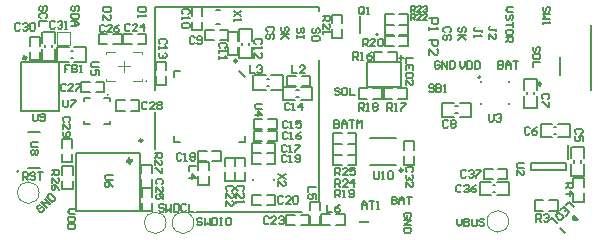
<source format=gbr>
%TF.GenerationSoftware,Altium Limited,Altium Designer,19.0.15 (446)*%
G04 Layer_Color=65535*
%FSLAX26Y26*%
%MOIN*%
%TF.FileFunction,Legend,Top*%
%TF.Part,Single*%
G01*
G75*
%TA.AperFunction,NonConductor*%
%ADD108C,0.009842*%
%ADD109C,0.010000*%
%ADD111C,0.007874*%
%ADD112C,0.006000*%
%ADD114C,0.005000*%
%ADD122C,0.012000*%
%ADD123C,0.003937*%
%ADD124C,0.011811*%
%ADD125C,0.005906*%
%ADD126R,0.033071X0.010630*%
D108*
X448819Y323819D02*
G03*
X448819Y323819I-4921J0D01*
G01*
X1778543Y511811D02*
G03*
X1778543Y511811I-4921J0D01*
G01*
X1315945Y224409D02*
G03*
X1315945Y224409I-4921J0D01*
G01*
X764449Y588976D02*
G03*
X764449Y588976I-4921J0D01*
G01*
D109*
X1885722Y62065D02*
Y71831D01*
X1886935Y60852D02*
X1896701Y60852D01*
X1885722Y71831D02*
X1896701Y60852D01*
D111*
X462380Y522672D02*
G03*
X462380Y522672I-1968J0D01*
G01*
X36220Y220472D02*
G03*
X36220Y220472I-2756J0D01*
G01*
X1575787Y534646D02*
G03*
X1575787Y534646I-3937J0D01*
G01*
X334646Y476378D02*
G03*
X334646Y476378I-1968J0D01*
G01*
X229134Y89567D02*
Y280512D01*
X441732Y89567D02*
Y280512D01*
X229134Y89567D02*
X441732D01*
X229134Y280512D02*
X441732D01*
X1842520Y541338D02*
Y600394D01*
X1944882Y492126D02*
Y708661D01*
X1866142Y262091D02*
Y309334D01*
X1746063Y248311D02*
X1860236D01*
X1746063Y224689D02*
Y248311D01*
Y224689D02*
X1860236D01*
Y248311D01*
X1618110Y151193D02*
X1625984D01*
X1618110Y174815D02*
X1625984D01*
X1206693Y240157D02*
X1293307D01*
X1206693Y330709D02*
X1293307D01*
X1885722Y62065D02*
X1886935Y60852D01*
X1839654Y31554D02*
X1856357Y14851D01*
X695354Y710811D02*
X706378D01*
X695354Y758055D02*
X706378D01*
X962598Y492126D02*
X970472D01*
X962598Y468504D02*
X970472D01*
X781102Y641496D02*
Y649370D01*
X804724Y641496D02*
Y649370D01*
X124016Y633858D02*
Y641732D01*
X147638Y633858D02*
Y641732D01*
X1492323Y437795D02*
X1500197D01*
X1492323Y414173D02*
X1500197D01*
X1754921Y477402D02*
Y485276D01*
X1731299Y477402D02*
Y485276D01*
X1820866Y368110D02*
X1828740D01*
X1820866Y344488D02*
X1828740D01*
X1911417Y250000D02*
Y257874D01*
X1887795Y250000D02*
Y257874D01*
X554803Y553543D02*
X574488D01*
X554803Y533858D02*
Y553543D01*
Y317323D02*
Y337008D01*
Y317323D02*
X574488D01*
X771338D02*
X791023D01*
Y337008D01*
X771338Y553543D02*
X791023Y533858D01*
X209645Y622011D02*
X217519D01*
X209645Y598389D02*
X217519D01*
X864179Y529244D02*
X872053D01*
X864179Y505622D02*
X872053D01*
X1175937Y680708D02*
Y739764D01*
D112*
X481410Y165197D02*
Y193898D01*
Y213583D02*
Y242283D01*
X445701D02*
X481291D01*
X445583Y213583D02*
Y242283D01*
X445701Y165197D02*
X481410D01*
X445583D02*
Y193898D01*
X216732Y161260D02*
Y189960D01*
Y209645D02*
Y238346D01*
X181024D02*
X216614D01*
X180905Y209645D02*
Y238346D01*
X181024Y161260D02*
X216732D01*
X180905D02*
Y189960D01*
X1257657Y673587D02*
X1286358D01*
X1306043D02*
X1334744D01*
Y673705D02*
Y709295D01*
X1306043Y709413D02*
X1334744D01*
X1257657Y673587D02*
Y709295D01*
Y709413D02*
X1286358D01*
X1631890Y140288D02*
X1670472D01*
X1573701D02*
X1612205D01*
X1632283Y185721D02*
X1670472D01*
X1573740D02*
X1612205D01*
X1573740Y143319D02*
Y185760D01*
X1670354Y140288D02*
Y185721D01*
X1587559Y195609D02*
Y229153D01*
X1664409Y195609D02*
Y229153D01*
X1635830Y195609D02*
X1664409D01*
X1587559D02*
X1616145D01*
X1635830Y229153D02*
X1664409D01*
X1587559D02*
X1616145D01*
X1197835Y500984D02*
X1312008D01*
X1197835Y583661D02*
X1312008D01*
X918110Y503031D02*
X956693D01*
X976378D02*
X1014882D01*
X918110Y457598D02*
X956299D01*
X976378D02*
X1014842D01*
Y457559D02*
Y500000D01*
X918228Y457598D02*
Y503031D01*
X770197Y693740D02*
X815630D01*
X770157Y597126D02*
X812598D01*
X770197D02*
Y635591D01*
Y655669D02*
Y693858D01*
X815630Y597087D02*
Y635591D01*
Y655275D02*
Y693858D01*
X113110Y589370D02*
Y627953D01*
Y647638D02*
Y686142D01*
X158543Y589370D02*
Y627559D01*
Y647638D02*
Y686102D01*
X116142D02*
X158583D01*
X113110Y589488D02*
X158543D01*
X1544567Y403268D02*
Y448701D01*
X1447953Y406299D02*
Y448740D01*
Y448701D02*
X1486417D01*
X1506496D02*
X1544685D01*
X1447913Y403268D02*
X1486417D01*
X1506102D02*
X1544685D01*
X1765827Y491181D02*
Y529764D01*
Y432992D02*
Y471496D01*
X1720394Y491575D02*
Y529764D01*
Y433031D02*
Y471496D01*
X1720354Y433031D02*
X1762795D01*
X1720394Y529646D02*
X1765827D01*
X1776378Y379016D02*
X1814961D01*
X1834646D02*
X1873150D01*
X1776378Y333583D02*
X1814567D01*
X1834646D02*
X1873110D01*
Y333543D02*
Y375984D01*
X1776496Y333583D02*
Y379016D01*
X1876890Y205630D02*
X1922323D01*
X1879921Y302244D02*
X1922362D01*
X1922323Y263779D02*
Y302244D01*
Y205512D02*
Y243701D01*
X1876890Y263779D02*
Y302283D01*
Y205512D02*
Y244094D01*
X1085472Y276470D02*
X1114173D01*
X1133858D02*
X1162559D01*
Y276588D02*
Y312178D01*
X1133858Y312296D02*
X1162559D01*
X1085472Y276470D02*
Y312178D01*
Y312296D02*
X1114173D01*
X1085472Y348537D02*
X1114173D01*
X1085472Y312710D02*
Y348418D01*
X1133858Y348537D02*
X1162559D01*
Y312828D02*
Y348418D01*
X1133858Y312710D02*
X1162559D01*
X1085472D02*
X1114173D01*
X1170118Y462401D02*
X1198819D01*
X1218504D02*
X1247205D01*
Y462520D02*
Y498110D01*
X1218504Y498228D02*
X1247205D01*
X1170118Y462401D02*
Y498110D01*
Y498228D02*
X1198819D01*
X1252795D02*
X1281496D01*
X1252795Y462401D02*
Y498110D01*
X1301181Y498228D02*
X1329882D01*
Y462520D02*
Y498110D01*
X1301181Y462401D02*
X1329882D01*
X1252795D02*
X1281496D01*
X1085472Y240567D02*
X1114173D01*
X1133858D02*
X1162559D01*
Y240685D02*
Y276276D01*
X1133858Y276394D02*
X1162559D01*
X1085472Y240567D02*
Y276276D01*
Y276394D02*
X1114173D01*
X1257657Y637597D02*
X1286358D01*
X1306043D02*
X1334744D01*
Y637715D02*
Y673306D01*
X1306043Y673424D02*
X1334744D01*
X1257657Y637597D02*
Y673306D01*
Y673424D02*
X1286358D01*
X1115418Y714567D02*
Y743268D01*
X1079592D02*
X1115300D01*
X1115418Y666181D02*
Y694882D01*
X1079710Y666181D02*
X1115300D01*
X1079592D02*
Y694882D01*
Y714567D02*
Y743268D01*
X1257457Y745913D02*
X1286158D01*
X1257457Y710087D02*
Y745795D01*
X1305842Y745913D02*
X1334543D01*
Y710205D02*
Y745795D01*
X1305842Y710087D02*
X1334543D01*
X1257457D02*
X1286158D01*
X1886024Y168110D02*
Y196811D01*
Y119724D02*
Y148425D01*
X1886142Y119724D02*
X1921732D01*
X1921850D02*
Y148425D01*
X1886024Y196811D02*
X1921732D01*
X1921850Y168110D02*
Y196811D01*
X1220567Y619528D02*
X1249268D01*
X1220567Y583701D02*
Y619409D01*
X1268953Y619528D02*
X1297653D01*
Y583819D02*
Y619409D01*
X1268953Y583701D02*
X1297653D01*
X1220567D02*
X1249268D01*
X1756732Y124213D02*
X1785433D01*
X1756732Y88386D02*
Y124094D01*
X1805118Y124213D02*
X1833819D01*
Y88504D02*
Y124094D01*
X1805118Y88386D02*
X1833819D01*
X1756732D02*
X1785433D01*
X928110Y76772D02*
X956696D01*
X976381D02*
X1004960D01*
X928110Y43228D02*
X956696D01*
X976381D02*
X1004960D01*
Y76772D01*
X928110Y43228D02*
Y76772D01*
X735141Y683858D02*
X768685D01*
X735141Y607008D02*
X768685D01*
X735141D02*
Y635587D01*
Y655272D02*
Y683858D01*
X768685Y607008D02*
Y635587D01*
Y655272D02*
Y683858D01*
X528685Y557272D02*
Y585858D01*
Y509008D02*
Y537587D01*
X495142Y557272D02*
Y585858D01*
Y509008D02*
Y537587D01*
Y509008D02*
X528685D01*
X495142Y585858D02*
X528685D01*
X759141Y189008D02*
X792685D01*
X759141Y265858D02*
X792685D01*
Y237279D02*
Y265858D01*
Y189008D02*
Y217594D01*
X759141Y237279D02*
Y265858D01*
Y189008D02*
Y217594D01*
X815488Y140984D02*
X844074D01*
X863759D02*
X892338D01*
X815488Y107441D02*
X844074D01*
X863759D02*
X892338D01*
Y140984D01*
X815488Y107441D02*
Y140984D01*
X892338Y280661D02*
Y314205D01*
X815488Y280661D02*
Y314205D01*
X844067D01*
X863752D02*
X892338D01*
X815488Y280661D02*
X844067D01*
X863752D02*
X892338D01*
X757685Y237272D02*
Y265858D01*
Y189008D02*
Y217587D01*
X724142Y237272D02*
Y265858D01*
Y189008D02*
Y217587D01*
Y189008D02*
X757685D01*
X724142Y265858D02*
X757685D01*
X892338Y246661D02*
Y280205D01*
X815488Y246661D02*
Y280205D01*
X844067D01*
X863752D02*
X892338D01*
X815488Y246661D02*
X844067D01*
X863752D02*
X892338D01*
X634488Y287205D02*
X663074D01*
X682759D02*
X711338D01*
X634488Y253661D02*
X663074D01*
X682759D02*
X711338D01*
Y287205D01*
X634488Y253661D02*
Y287205D01*
X615118Y767858D02*
X648661D01*
X615118Y691008D02*
X648661D01*
X615118D02*
Y719587D01*
Y739272D02*
Y767858D01*
X648661Y691008D02*
Y719587D01*
Y739272D02*
Y767858D01*
X658110Y690476D02*
X686696D01*
X706381D02*
X734961D01*
X658110Y656933D02*
X686696D01*
X706381D02*
X734961D01*
Y690476D01*
X658110Y656933D02*
Y690476D01*
X819433Y322606D02*
Y356150D01*
X896283Y322606D02*
Y356150D01*
X867704Y322606D02*
X896283D01*
X819433D02*
X848019D01*
X867704Y356150D02*
X896283D01*
X819433D02*
X848019D01*
X73779Y591509D02*
Y620095D01*
Y639780D02*
Y668360D01*
X107323Y591509D02*
Y620095D01*
Y639780D02*
Y668360D01*
X73779D02*
X107323D01*
X73779Y591509D02*
X107323D01*
X819433Y360228D02*
Y393772D01*
X896283Y360228D02*
Y393772D01*
X867704Y360228D02*
X896283D01*
X819433D02*
X848019D01*
X867704Y393772D02*
X896283D01*
X819433D02*
X848019D01*
X1354961Y291729D02*
Y320315D01*
Y243465D02*
Y272044D01*
X1321417Y291729D02*
Y320315D01*
Y243465D02*
Y272044D01*
Y243465D02*
X1354961D01*
X1321417Y320315D02*
X1354961D01*
X182047Y327795D02*
X215591D01*
X182047Y250945D02*
X215591D01*
X182047D02*
Y279524D01*
Y299209D02*
Y327795D01*
X215591Y250945D02*
Y279524D01*
Y299209D02*
Y327795D01*
X362561Y456811D02*
X391147D01*
X410832D02*
X439411D01*
X362561Y423268D02*
X391147D01*
X410832D02*
X439411D01*
Y456811D01*
X362561Y423268D02*
Y456811D01*
X446724Y87008D02*
X480268D01*
X446724Y163858D02*
X480268D01*
Y135279D02*
Y163858D01*
Y87008D02*
Y115594D01*
X446724Y135279D02*
Y163858D01*
Y87008D02*
Y115594D01*
X351040Y645433D02*
X379626D01*
X302776D02*
X331355D01*
X351040Y678976D02*
X379626D01*
X302776D02*
X331355D01*
X302776Y645433D02*
Y678976D01*
X379626Y645433D02*
Y678976D01*
X461654Y645433D02*
Y678976D01*
X384803Y645433D02*
Y678976D01*
X413382D01*
X433067D02*
X461654D01*
X384803Y645433D02*
X413382D01*
X433067D02*
X461654D01*
X294091Y485591D02*
X322677D01*
X245827D02*
X274406D01*
X294091Y519134D02*
X322677D01*
X245827D02*
X274406D01*
X245827Y485591D02*
Y519134D01*
X322677Y485591D02*
Y519134D01*
X888559Y190677D02*
Y196189D01*
X819268Y190677D02*
Y196189D01*
X1094557Y43071D02*
X1123379D01*
X1046056D02*
X1074872D01*
X1094557Y76929D02*
X1123300D01*
X1046056D02*
X1074872D01*
X1046056Y43071D02*
Y76929D01*
X1123379Y43071D02*
Y76929D01*
X635984Y175772D02*
X669842D01*
X635984Y253094D02*
X669842D01*
Y224279D02*
Y253094D01*
Y175850D02*
Y204594D01*
X635984Y224279D02*
Y253094D01*
Y175772D02*
Y204594D01*
X931811Y537401D02*
X960633D01*
X980318D02*
X1009134D01*
X931890Y503543D02*
X960633D01*
X980318D02*
X1009134D01*
Y537401D01*
X931811Y503543D02*
Y537401D01*
X1007795Y119960D02*
X1041653D01*
X1007795Y42638D02*
X1041653D01*
X1007795D02*
Y71453D01*
Y91138D02*
Y119882D01*
X1041653Y42638D02*
Y71453D01*
Y91138D02*
Y119960D01*
X164582Y634200D02*
X203740D01*
X164582Y586200D02*
Y634200D01*
Y586200D02*
X203740D01*
X222157D02*
X261315D01*
X221582Y634200D02*
X260740D01*
X262582Y586200D02*
Y634200D01*
X819116Y493433D02*
Y541433D01*
X820959Y493433D02*
X860116D01*
X820384Y541433D02*
X859542D01*
X877959D02*
X917116D01*
Y493433D02*
Y541433D01*
X877959Y493433D02*
X917116D01*
X490157Y295276D02*
Y420000D01*
Y492126D02*
Y769685D01*
X1039055Y753937D02*
Y769685D01*
Y122047D02*
Y590551D01*
X490157Y769685D02*
X1039055D01*
X627953Y86614D02*
X982283D01*
D114*
X44268Y585937D02*
X171268D01*
X44268Y421937D02*
Y585937D01*
X171268Y421937D02*
Y585937D01*
X44268Y421937D02*
X171268D01*
X1345000Y751905D02*
Y771899D01*
X1354997D01*
X1358329Y768567D01*
Y761902D01*
X1354997Y758570D01*
X1345000D01*
X1351665D02*
X1358329Y751905D01*
X1378322D02*
X1364994D01*
X1378322Y765234D01*
Y768567D01*
X1374990Y771899D01*
X1368326D01*
X1364994Y768567D01*
X1384987D02*
X1388319Y771899D01*
X1394984D01*
X1398316Y768567D01*
Y765234D01*
X1394984Y761902D01*
X1391651D01*
X1394984D01*
X1398316Y758570D01*
Y755238D01*
X1394984Y751905D01*
X1388319D01*
X1384987Y755238D01*
X1506496Y587160D02*
Y570498D01*
X1514826Y562168D01*
X1523157Y570498D01*
Y587160D01*
X1531488D02*
Y562168D01*
X1543984D01*
X1548149Y566333D01*
Y582994D01*
X1543984Y587160D01*
X1531488D01*
X1556480D02*
Y562168D01*
X1568976D01*
X1573141Y566333D01*
Y582994D01*
X1568976Y587160D01*
X1556480D01*
X1035937Y680339D02*
X1040102Y684504D01*
Y692835D01*
X1035937Y697000D01*
X1031772D01*
X1027606Y692835D01*
Y684504D01*
X1023441Y680339D01*
X1019275D01*
X1015110Y684504D01*
Y692835D01*
X1019275Y697000D01*
X1040102Y659512D02*
Y667843D01*
X1035937Y672008D01*
X1019275D01*
X1015110Y667843D01*
Y659512D01*
X1019275Y655347D01*
X1035937D01*
X1040102Y659512D01*
X984937Y682339D02*
X989102Y686504D01*
Y694835D01*
X984937Y699000D01*
X980771D01*
X976606Y694835D01*
Y686504D01*
X972441Y682339D01*
X968275D01*
X964110Y686504D01*
Y694835D01*
X968275Y699000D01*
X989102Y674008D02*
Y665677D01*
Y669843D01*
X964110D01*
Y674008D01*
Y665677D01*
X883031Y686095D02*
X887197Y690260D01*
Y698591D01*
X883031Y702756D01*
X866370D01*
X862205Y698591D01*
Y690260D01*
X866370Y686095D01*
X883031Y661103D02*
X887197Y665268D01*
Y673599D01*
X883031Y677764D01*
X878866D01*
X874701Y673599D01*
Y665268D01*
X870535Y661103D01*
X866370D01*
X862205Y665268D01*
Y673599D01*
X866370Y677764D01*
X932244Y686095D02*
X936409Y690260D01*
Y698591D01*
X932244Y702756D01*
X928079D01*
X923913Y698591D01*
Y690260D01*
X919748Y686095D01*
X915583D01*
X911417Y690260D01*
Y698591D01*
X915583Y702756D01*
X936409Y677764D02*
X911417D01*
X919748D01*
X936409Y661103D01*
X923913Y673599D01*
X911417Y661103D01*
X1635827Y587984D02*
Y562992D01*
X1648323D01*
X1652488Y567157D01*
Y571323D01*
X1648323Y575488D01*
X1635827D01*
X1648323D01*
X1652488Y579653D01*
Y583819D01*
X1648323Y587984D01*
X1635827D01*
X1660819Y562992D02*
Y579653D01*
X1669149Y587984D01*
X1677480Y579653D01*
Y562992D01*
Y575488D01*
X1660819D01*
X1685811Y587984D02*
X1702472D01*
X1694141D01*
Y562992D01*
X1770453Y619304D02*
X1774618Y623469D01*
Y631800D01*
X1770453Y635965D01*
X1766287D01*
X1762122Y631800D01*
Y623469D01*
X1757957Y619304D01*
X1753791D01*
X1749626Y623469D01*
Y631800D01*
X1753791Y635965D01*
X1774618Y598477D02*
Y606808D01*
X1770453Y610973D01*
X1753791D01*
X1749626Y606808D01*
Y598477D01*
X1753791Y594312D01*
X1770453D01*
X1774618Y598477D01*
Y585981D02*
X1749626D01*
Y569320D01*
X1439772Y583827D02*
X1435606Y587992D01*
X1427275D01*
X1423110Y583827D01*
Y567165D01*
X1427275Y563000D01*
X1435606D01*
X1439772Y567165D01*
Y575496D01*
X1431441D01*
X1448102Y563000D02*
Y587992D01*
X1464763Y563000D01*
Y587992D01*
X1473094D02*
Y563000D01*
X1485590D01*
X1489755Y567165D01*
Y583827D01*
X1485590Y587992D01*
X1473094D01*
X1580110Y684126D02*
Y692457D01*
Y688291D01*
X1559283D01*
X1555118Y692457D01*
Y696622D01*
X1559283Y700787D01*
X1555118Y675795D02*
Y667465D01*
Y671630D01*
X1580110D01*
X1575945Y675795D01*
X1522795Y684126D02*
X1526960Y688291D01*
Y696622D01*
X1522795Y700787D01*
X1518630D01*
X1514465Y696622D01*
Y688291D01*
X1510299Y684126D01*
X1506134D01*
X1501968Y688291D01*
Y696622D01*
X1506134Y700787D01*
X1526960Y675795D02*
X1501968D01*
X1510299D01*
X1526960Y659134D01*
X1514465Y671630D01*
X1501968Y659134D01*
X1629323Y686823D02*
Y695154D01*
Y690989D01*
X1608496D01*
X1604331Y695154D01*
Y699319D01*
X1608496Y703485D01*
X1604331Y661831D02*
Y678493D01*
X1620992Y661831D01*
X1625157D01*
X1629323Y665997D01*
Y674327D01*
X1625157Y678493D01*
X1473582Y684126D02*
X1477748Y688291D01*
Y696622D01*
X1473582Y700787D01*
X1456921D01*
X1452756Y696622D01*
Y688291D01*
X1456921Y684126D01*
X1473582Y659134D02*
X1477748Y663299D01*
Y671630D01*
X1473582Y675795D01*
X1469417D01*
X1465252Y671630D01*
Y663299D01*
X1461086Y659134D01*
X1456921D01*
X1452756Y663299D01*
Y671630D01*
X1456921Y675795D01*
X109259Y108753D02*
X103369D01*
X97478Y102862D01*
Y96972D01*
X109259Y85191D01*
X115150D01*
X121041Y91081D01*
Y96972D01*
X115150Y102862D01*
X109259Y96972D01*
X129877Y99917D02*
X112205Y117589D01*
X141658Y111698D01*
X123986Y129370D01*
X129877Y135261D02*
X147549Y117589D01*
X156385Y126425D01*
Y132316D01*
X144603Y144097D01*
X138713D01*
X129877Y135261D01*
X226008Y94488D02*
X209347D01*
X201016Y86157D01*
X209347Y77827D01*
X226008D01*
Y69496D02*
X201016D01*
Y57000D01*
X205181Y52835D01*
X221843D01*
X226008Y57000D01*
Y69496D01*
Y44504D02*
X201016D01*
Y32008D01*
X205181Y27843D01*
X221843D01*
X226008Y32008D01*
Y44504D01*
X1497218Y62630D02*
Y45969D01*
X1505549Y37638D01*
X1513880Y45969D01*
Y62630D01*
X1522210D02*
Y37638D01*
X1534706D01*
X1538871Y41803D01*
Y45969D01*
X1534706Y50134D01*
X1522210D01*
X1534706D01*
X1538871Y54299D01*
Y58465D01*
X1534706Y62630D01*
X1522210D01*
X1547202D02*
Y41803D01*
X1551367Y37638D01*
X1559698D01*
X1563863Y41803D01*
Y62630D01*
X1588855Y58465D02*
X1584690Y62630D01*
X1576359D01*
X1572194Y58465D01*
Y54299D01*
X1576359Y50134D01*
X1584690D01*
X1588855Y45969D01*
Y41803D01*
X1584690Y37638D01*
X1576359D01*
X1572194Y41803D01*
X1512128Y171650D02*
X1507963Y175816D01*
X1499632D01*
X1495467Y171650D01*
Y154989D01*
X1499632Y150824D01*
X1507963D01*
X1512128Y154989D01*
X1520459Y171650D02*
X1524624Y175816D01*
X1532955D01*
X1537120Y171650D01*
Y167485D01*
X1532955Y163320D01*
X1528789D01*
X1532955D01*
X1537120Y159154D01*
Y154989D01*
X1532955Y150824D01*
X1524624D01*
X1520459Y154989D01*
X1562112Y175816D02*
X1553781Y171650D01*
X1545451Y163320D01*
Y154989D01*
X1549616Y150824D01*
X1557947D01*
X1562112Y154989D01*
Y159154D01*
X1557947Y163320D01*
X1545451D01*
X1528137Y220373D02*
X1523972Y224538D01*
X1515641D01*
X1511476Y220373D01*
Y203712D01*
X1515641Y199546D01*
X1523972D01*
X1528137Y203712D01*
X1536468Y220373D02*
X1540633Y224538D01*
X1548964D01*
X1553129Y220373D01*
Y216208D01*
X1548964Y212042D01*
X1544798D01*
X1548964D01*
X1553129Y207877D01*
Y203712D01*
X1548964Y199546D01*
X1540633D01*
X1536468Y203712D01*
X1561459Y224538D02*
X1578121D01*
Y220373D01*
X1561459Y203712D01*
Y199546D01*
X1179528Y96063D02*
Y112724D01*
X1187858Y121055D01*
X1196189Y112724D01*
Y96063D01*
Y108559D01*
X1179528D01*
X1204520Y121055D02*
X1221181D01*
X1212850D01*
Y96063D01*
X1229511D02*
X1237842D01*
X1233677D01*
Y121055D01*
X1229511Y116890D01*
X1340512Y66016D02*
X1344677Y70181D01*
Y78512D01*
X1340512Y82677D01*
X1323850D01*
X1319685Y78512D01*
Y70181D01*
X1323850Y66016D01*
X1332181D01*
Y74347D01*
X1319685Y57685D02*
X1344677D01*
X1319685Y41024D01*
X1344677D01*
Y32693D02*
X1319685D01*
Y20197D01*
X1323850Y16032D01*
X1340512D01*
X1344677Y20197D01*
Y32693D01*
X1279528Y136409D02*
Y111417D01*
X1292024D01*
X1296189Y115583D01*
Y119748D01*
X1292024Y123913D01*
X1279528D01*
X1292024D01*
X1296189Y128079D01*
Y132244D01*
X1292024Y136409D01*
X1279528D01*
X1304520Y111417D02*
Y128079D01*
X1312850Y136409D01*
X1321181Y128079D01*
Y111417D01*
Y123913D01*
X1304520D01*
X1329512Y136409D02*
X1346173D01*
X1337842D01*
Y111417D01*
X490682Y282543D02*
X515674D01*
Y270047D01*
X511509Y265882D01*
X503178D01*
X499013Y270047D01*
Y282543D01*
Y274212D02*
X490682Y265882D01*
Y240890D02*
Y257551D01*
X507344Y240890D01*
X511509D01*
X515674Y245055D01*
Y253386D01*
X511509Y257551D01*
X515674Y232559D02*
Y215898D01*
X511509D01*
X494848Y232559D01*
X490682D01*
X146654Y225000D02*
X171645D01*
Y212504D01*
X167480Y208339D01*
X159149D01*
X154984Y212504D01*
Y225000D01*
Y216669D02*
X146654Y208339D01*
Y183347D02*
Y200008D01*
X163315Y183347D01*
X167480D01*
X171645Y187512D01*
Y195843D01*
X167480Y200008D01*
X171645Y158355D02*
X167480Y166685D01*
X159149Y175016D01*
X150819D01*
X146654Y170851D01*
Y162520D01*
X150819Y158355D01*
X154984D01*
X159149Y162520D01*
Y175016D01*
X1106229Y495826D02*
X1102063Y499991D01*
X1093733D01*
X1089567Y495826D01*
Y491660D01*
X1093733Y487495D01*
X1102063D01*
X1106229Y483330D01*
Y479164D01*
X1102063Y474999D01*
X1093733D01*
X1089567Y479164D01*
X1127055Y499991D02*
X1118725D01*
X1114559Y495826D01*
Y479164D01*
X1118725Y474999D01*
X1127055D01*
X1131221Y479164D01*
Y495826D01*
X1127055Y499991D01*
X1139551D02*
Y474999D01*
X1156213D01*
X349962Y209380D02*
X329135D01*
X324970Y205214D01*
Y196884D01*
X329135Y192719D01*
X349962D01*
Y167727D02*
X345796Y176057D01*
X337466Y184388D01*
X329135D01*
X324970Y180223D01*
Y171892D01*
X329135Y167727D01*
X333300D01*
X337466Y171892D01*
Y184388D01*
X233346Y754362D02*
X237512Y758528D01*
Y766858D01*
X233346Y771024D01*
X229181D01*
X225016Y766858D01*
Y758528D01*
X220850Y754362D01*
X216685D01*
X212520Y758528D01*
Y766858D01*
X216685Y771024D01*
X237512Y746032D02*
X212520D01*
Y733536D01*
X216685Y729370D01*
X233346D01*
X237512Y733536D01*
Y746032D01*
X212520Y721040D02*
X229181D01*
X237512Y712709D01*
X229181Y704378D01*
X212520D01*
X225016D01*
Y721040D01*
X193827Y509016D02*
X189661Y513181D01*
X181331D01*
X177165Y509016D01*
Y492354D01*
X181331Y488189D01*
X189661D01*
X193827Y492354D01*
X218819Y488189D02*
X202157D01*
X218819Y504850D01*
Y509016D01*
X214653Y513181D01*
X206323D01*
X202157Y509016D01*
X227149Y513181D02*
X243810D01*
Y509016D01*
X227149Y492354D01*
Y488189D01*
X1420598Y506516D02*
X1416433Y510681D01*
X1408102D01*
X1403937Y506516D01*
Y502350D01*
X1408102Y498185D01*
X1416433D01*
X1420598Y494020D01*
Y489854D01*
X1416433Y485689D01*
X1408102D01*
X1403937Y489854D01*
X1428929Y510681D02*
Y485689D01*
X1441425D01*
X1445590Y489854D01*
Y494020D01*
X1441425Y498185D01*
X1428929D01*
X1441425D01*
X1445590Y502350D01*
Y506516D01*
X1441425Y510681D01*
X1428929D01*
X1453921Y485689D02*
X1462251D01*
X1458086D01*
Y510681D01*
X1453921Y506516D01*
X344102Y768000D02*
X319110D01*
Y755504D01*
X323276Y751339D01*
X339937D01*
X344102Y755504D01*
Y768000D01*
X319110Y726347D02*
Y743008D01*
X335772Y726347D01*
X339937D01*
X344102Y730512D01*
Y738843D01*
X339937Y743008D01*
X1804291Y753024D02*
X1808456Y757189D01*
Y765520D01*
X1804291Y769685D01*
X1800126D01*
X1795960Y765520D01*
Y757189D01*
X1791795Y753024D01*
X1787630D01*
X1783465Y757189D01*
Y765520D01*
X1787630Y769685D01*
X1808456Y744693D02*
X1783465D01*
X1791795Y736362D01*
X1783465Y728032D01*
X1808456D01*
X1783465Y719701D02*
Y711371D01*
Y715536D01*
X1808456D01*
X1804291Y719701D01*
X1406000Y731346D02*
X1435990D01*
Y716351D01*
X1430992Y711353D01*
X1420995D01*
X1415997Y716351D01*
Y731346D01*
X1406000Y701356D02*
Y691359D01*
Y696358D01*
X1435990D01*
X1430992Y701356D01*
X1404527Y659000D02*
X1434518D01*
Y644005D01*
X1429519Y639006D01*
X1419523D01*
X1414524Y644005D01*
Y659000D01*
X1404527Y609016D02*
Y629010D01*
X1424521Y609016D01*
X1429519D01*
X1434518Y614014D01*
Y624011D01*
X1429519Y629010D01*
X1722642Y249000D02*
X1701815D01*
X1697650Y244835D01*
Y236504D01*
X1701815Y232339D01*
X1722642D01*
X1697650Y207347D02*
Y224008D01*
X1714311Y207347D01*
X1718476D01*
X1722642Y211512D01*
Y219843D01*
X1718476Y224008D01*
X1912252Y346425D02*
X1916417Y350591D01*
Y358921D01*
X1912252Y363087D01*
X1895591D01*
X1891425Y358921D01*
Y350591D01*
X1895591Y346425D01*
X1916417Y321433D02*
Y338095D01*
X1903921D01*
X1908086Y329764D01*
Y325599D01*
X1903921Y321433D01*
X1895591D01*
X1891425Y325599D01*
Y333929D01*
X1895591Y338095D01*
X1740254Y363686D02*
X1736089Y367851D01*
X1727758D01*
X1723593Y363686D01*
Y347025D01*
X1727758Y342860D01*
X1736089D01*
X1740254Y347025D01*
X1765246Y367851D02*
X1756916Y363686D01*
X1748585Y355356D01*
Y347025D01*
X1752750Y342860D01*
X1761081D01*
X1765246Y347025D01*
Y351190D01*
X1761081Y355356D01*
X1748585D01*
X1800354Y461685D02*
X1804519Y465850D01*
Y474181D01*
X1800354Y478346D01*
X1783693D01*
X1779527Y474181D01*
Y465850D01*
X1783693Y461685D01*
X1804519Y453354D02*
Y436693D01*
X1800354D01*
X1783693Y453354D01*
X1779527D01*
X1468357Y387402D02*
X1464192Y391567D01*
X1455861D01*
X1451696Y387402D01*
Y370740D01*
X1455861Y366575D01*
X1464192D01*
X1468357Y370740D01*
X1476688Y387402D02*
X1480853Y391567D01*
X1489184D01*
X1493349Y387402D01*
Y383236D01*
X1489184Y379071D01*
X1493349Y374906D01*
Y370740D01*
X1489184Y366575D01*
X1480853D01*
X1476688Y370740D01*
Y374906D01*
X1480853Y379071D01*
X1476688Y383236D01*
Y387402D01*
X1480853Y379071D02*
X1489184D01*
X1761811Y53150D02*
Y78141D01*
X1774307D01*
X1778472Y73976D01*
Y65646D01*
X1774307Y61480D01*
X1761811D01*
X1770142D02*
X1778472Y53150D01*
X1786803Y73976D02*
X1790968Y78141D01*
X1799299D01*
X1803464Y73976D01*
Y69811D01*
X1799299Y65646D01*
X1795133D01*
X1799299D01*
X1803464Y61480D01*
Y57315D01*
X1799299Y53150D01*
X1790968D01*
X1786803Y57315D01*
X1685267Y767858D02*
X1668606D01*
X1660276Y759528D01*
X1668606Y751197D01*
X1685267D01*
X1681102Y726205D02*
X1685267Y730370D01*
Y738701D01*
X1681102Y742866D01*
X1676937D01*
X1672772Y738701D01*
Y730370D01*
X1668606Y726205D01*
X1664441D01*
X1660276Y730370D01*
Y738701D01*
X1664441Y742866D01*
X1685267Y717874D02*
Y701213D01*
Y709544D01*
X1660276D01*
X1685267Y680386D02*
Y688717D01*
X1681102Y692883D01*
X1664441D01*
X1660276Y688717D01*
Y680386D01*
X1664441Y676221D01*
X1681102D01*
X1685267Y680386D01*
X1660276Y667891D02*
X1685267D01*
Y655395D01*
X1681102Y651229D01*
X1672772D01*
X1668606Y655395D01*
Y667891D01*
Y659560D02*
X1660276Y651229D01*
X1603000Y411457D02*
Y390630D01*
X1607165Y386465D01*
X1615496D01*
X1619661Y390630D01*
Y411457D01*
X1627992Y407291D02*
X1632157Y411457D01*
X1640488D01*
X1644653Y407291D01*
Y403126D01*
X1640488Y398961D01*
X1636322D01*
X1640488D01*
X1644653Y394795D01*
Y390630D01*
X1640488Y386465D01*
X1632157D01*
X1627992Y390630D01*
X407772Y708827D02*
X403606Y712992D01*
X395276D01*
X391110Y708827D01*
Y692165D01*
X395276Y688000D01*
X403606D01*
X407772Y692165D01*
X432763Y688000D02*
X416102D01*
X432763Y704661D01*
Y708827D01*
X428598Y712992D01*
X420267D01*
X416102Y708827D01*
X453590Y688000D02*
Y712992D01*
X441094Y700496D01*
X457755D01*
X1152521Y593017D02*
Y618009D01*
X1165017D01*
X1169182Y613844D01*
Y605513D01*
X1165017Y601348D01*
X1152521D01*
X1160852D02*
X1169182Y593017D01*
X1177513D02*
X1185844D01*
X1181678D01*
Y618009D01*
X1177513Y613844D01*
X1215001Y618009D02*
X1206670Y613844D01*
X1198340Y605513D01*
Y597183D01*
X1202505Y593017D01*
X1210836D01*
X1215001Y597183D01*
Y601348D01*
X1210836Y605513D01*
X1198340D01*
X1860630Y181102D02*
X1885622D01*
Y168606D01*
X1881457Y164441D01*
X1873126D01*
X1868960Y168606D01*
Y181102D01*
Y172772D02*
X1860630Y164441D01*
Y143614D02*
X1885622D01*
X1873126Y156111D01*
Y139449D01*
X1345000Y724905D02*
Y744899D01*
X1354997D01*
X1358329Y741567D01*
Y734902D01*
X1354997Y731570D01*
X1345000D01*
X1351665D02*
X1358329Y724905D01*
X1378322D02*
X1364994D01*
X1378322Y738234D01*
Y741567D01*
X1374990Y744899D01*
X1368326D01*
X1364994Y741567D01*
X1398316Y724905D02*
X1384987D01*
X1398316Y738234D01*
Y741567D01*
X1394984Y744899D01*
X1388319D01*
X1384987Y741567D01*
X1051000Y738000D02*
X1075992D01*
Y725504D01*
X1071827Y721339D01*
X1063496D01*
X1059331Y725504D01*
Y738000D01*
Y729669D02*
X1051000Y721339D01*
Y696347D02*
Y713008D01*
X1067661Y696347D01*
X1071827D01*
X1075992Y700512D01*
Y708843D01*
X1071827Y713008D01*
X1051000Y688016D02*
Y679686D01*
Y683851D01*
X1075992D01*
X1071827Y688016D01*
X1183807Y638211D02*
Y663203D01*
X1196303D01*
X1200468Y659038D01*
Y650707D01*
X1196303Y646542D01*
X1183807D01*
X1192138D02*
X1200468Y638211D01*
X1225460D02*
X1208799D01*
X1225460Y654872D01*
Y659038D01*
X1221295Y663203D01*
X1212964D01*
X1208799Y659038D01*
X1233791D02*
X1237956Y663203D01*
X1246287D01*
X1250452Y659038D01*
Y642376D01*
X1246287Y638211D01*
X1237956D01*
X1233791Y642376D01*
Y659038D01*
X1187921Y748260D02*
Y764921D01*
X1183756Y769086D01*
X1175425D01*
X1171260Y764921D01*
Y748260D01*
X1175425Y744094D01*
X1183756D01*
X1179590Y752425D02*
X1187921Y744094D01*
X1183756D02*
X1187921Y748260D01*
X1196252Y744094D02*
X1204582D01*
X1200417D01*
Y769086D01*
X1196252Y764921D01*
X1889408Y102101D02*
X1872047Y120079D01*
X1860062Y108505D01*
X1859445Y73166D02*
X1871430Y84740D01*
X1854069Y102718D01*
X1842084Y91144D01*
X1862750Y93729D02*
X1856757Y87942D01*
X1853453Y67379D02*
X1836092Y85357D01*
X1827103Y76677D01*
X1827000Y70787D01*
X1838574Y58802D01*
X1844464Y58699D01*
X1853453Y67379D01*
X1818114Y67996D02*
X1812122Y62209D01*
X1815118Y65103D01*
X1832479Y47125D01*
X1832582Y53015D01*
X1089011Y390874D02*
Y365882D01*
X1101507D01*
X1105672Y370047D01*
Y374212D01*
X1101507Y378378D01*
X1089011D01*
X1101507D01*
X1105672Y382543D01*
Y386708D01*
X1101507Y390874D01*
X1089011D01*
X1114003Y365882D02*
Y382543D01*
X1122333Y390874D01*
X1130664Y382543D01*
Y365882D01*
Y378378D01*
X1114003D01*
X1138994Y390874D02*
X1155656D01*
X1147325D01*
Y365882D01*
X1163986D02*
Y390874D01*
X1172317Y382543D01*
X1180648Y390874D01*
Y365882D01*
X1091415Y133643D02*
Y158635D01*
X1103911D01*
X1108076Y154470D01*
Y146139D01*
X1103911Y141974D01*
X1091415D01*
X1099746D02*
X1108076Y133643D01*
X1116407D02*
X1124738D01*
X1120572D01*
Y158635D01*
X1116407Y154470D01*
X1137234Y137808D02*
X1141399Y133643D01*
X1149730D01*
X1153895Y137808D01*
Y154470D01*
X1149730Y158635D01*
X1141399D01*
X1137234Y154470D01*
Y150304D01*
X1141399Y146139D01*
X1153895D01*
X50316Y192239D02*
Y217231D01*
X62812D01*
X66977Y213066D01*
Y204735D01*
X62812Y200570D01*
X50316D01*
X58646D02*
X66977Y192239D01*
X91969Y213066D02*
X87804Y217231D01*
X79473D01*
X75308Y213066D01*
Y208901D01*
X79473Y204735D01*
X87804D01*
X91969Y200570D01*
Y196405D01*
X87804Y192239D01*
X79473D01*
X75308Y196405D01*
X100299Y217231D02*
X116961D01*
X108630D01*
Y192239D01*
X460992Y767858D02*
X436000D01*
Y755362D01*
X440165Y751197D01*
X456827D01*
X460992Y755362D01*
Y767858D01*
X436000Y742866D02*
Y734536D01*
Y738701D01*
X460992D01*
X456827Y742866D01*
X322772Y705827D02*
X318606Y709992D01*
X310276D01*
X306110Y705827D01*
Y689165D01*
X310276Y685000D01*
X318606D01*
X322772Y689165D01*
X347763Y685000D02*
X331102D01*
X347763Y701661D01*
Y705827D01*
X343598Y709992D01*
X335267D01*
X331102Y705827D01*
X372755Y709992D02*
X364425Y705827D01*
X356094Y697496D01*
Y689165D01*
X360259Y685000D01*
X368590D01*
X372755Y689165D01*
Y693331D01*
X368590Y697496D01*
X356094D01*
X1221457Y220724D02*
Y199898D01*
X1225622Y195732D01*
X1233953D01*
X1238118Y199898D01*
Y220724D01*
X1246449Y195732D02*
X1254779D01*
X1250614D01*
Y220724D01*
X1246449Y216559D01*
X1267275D02*
X1271440Y220724D01*
X1279771D01*
X1283937Y216559D01*
Y199898D01*
X1279771Y195732D01*
X1271440D01*
X1267275Y199898D01*
Y216559D01*
X514385Y177385D02*
X518550Y181550D01*
Y189881D01*
X514385Y194046D01*
X497724D01*
X493558Y189881D01*
Y181550D01*
X497724Y177385D01*
X493558Y152393D02*
Y169054D01*
X510220Y152393D01*
X514385D01*
X518550Y156558D01*
Y164889D01*
X514385Y169054D01*
X518550Y127401D02*
Y144062D01*
X506054D01*
X510220Y135732D01*
Y131566D01*
X506054Y127401D01*
X497724D01*
X493558Y131566D01*
Y139897D01*
X497724Y144062D01*
X1265000Y423000D02*
Y447992D01*
X1277496D01*
X1281661Y443827D01*
Y435496D01*
X1277496Y431331D01*
X1265000D01*
X1273331D02*
X1281661Y423000D01*
X1289992D02*
X1298322D01*
X1294157D01*
Y447992D01*
X1289992Y443827D01*
X1310819Y447992D02*
X1327480D01*
Y443827D01*
X1310819Y427165D01*
Y423000D01*
X1171000D02*
Y447992D01*
X1183496D01*
X1187661Y443827D01*
Y435496D01*
X1183496Y431331D01*
X1171000D01*
X1179331D02*
X1187661Y423000D01*
X1195992D02*
X1204322D01*
X1200157D01*
Y447992D01*
X1195992Y443827D01*
X1216819D02*
X1220984Y447992D01*
X1229314D01*
X1233480Y443827D01*
Y439661D01*
X1229314Y435496D01*
X1233480Y431331D01*
Y427165D01*
X1229314Y423000D01*
X1220984D01*
X1216819Y427165D01*
Y431331D01*
X1220984Y435496D01*
X1216819Y439661D01*
Y443827D01*
X1220984Y435496D02*
X1229314D01*
X1091415Y208453D02*
Y233445D01*
X1103911D01*
X1108076Y229279D01*
Y220949D01*
X1103911Y216783D01*
X1091415D01*
X1099746D02*
X1108076Y208453D01*
X1133068D02*
X1116407D01*
X1133068Y225114D01*
Y229279D01*
X1128903Y233445D01*
X1120572D01*
X1116407Y229279D01*
X1158060Y233445D02*
X1141399D01*
Y220949D01*
X1149729Y225114D01*
X1153895D01*
X1158060Y220949D01*
Y212618D01*
X1153895Y208453D01*
X1145564D01*
X1141399Y212618D01*
X1091415Y169187D02*
Y194179D01*
X1103911D01*
X1108076Y190014D01*
Y181683D01*
X1103911Y177518D01*
X1091415D01*
X1099746D02*
X1108076Y169187D01*
X1133068D02*
X1116407D01*
X1133068Y185849D01*
Y190014D01*
X1128903Y194179D01*
X1120572D01*
X1116407Y190014D01*
X1153895Y169187D02*
Y194179D01*
X1141399Y181683D01*
X1158060D01*
X206427Y575188D02*
X189766D01*
Y562692D01*
X198097D01*
X189766D01*
Y550196D01*
X214758Y575188D02*
Y550196D01*
X227254D01*
X231419Y554361D01*
Y558526D01*
X227254Y562692D01*
X214758D01*
X227254D01*
X231419Y566857D01*
Y571022D01*
X227254Y575188D01*
X214758D01*
X239750Y550196D02*
X248081D01*
X243915D01*
Y575188D01*
X239750Y571022D01*
X464734Y448976D02*
X460569Y453142D01*
X452238D01*
X448073Y448976D01*
Y432315D01*
X452238Y428150D01*
X460569D01*
X464734Y432315D01*
X489726Y428150D02*
X473065D01*
X489726Y444811D01*
Y448976D01*
X485561Y453142D01*
X477230D01*
X473065Y448976D01*
X498057D02*
X502222Y453142D01*
X510553D01*
X514718Y448976D01*
Y444811D01*
X510553Y440646D01*
X514718Y436480D01*
Y432315D01*
X510553Y428150D01*
X502222D01*
X498057Y432315D01*
Y436480D01*
X502222Y440646D01*
X498057Y444811D01*
Y448976D01*
X502222Y440646D02*
X510553D01*
X203905Y386071D02*
X208071Y390236D01*
Y398567D01*
X203905Y402733D01*
X187244D01*
X183079Y398567D01*
Y390236D01*
X187244Y386071D01*
X183079Y361079D02*
Y377741D01*
X199740Y361079D01*
X203905D01*
X208071Y365245D01*
Y373575D01*
X203905Y377741D01*
X187244Y352749D02*
X183079Y348583D01*
Y340253D01*
X187244Y336087D01*
X203905D01*
X208071Y340253D01*
Y348583D01*
X203905Y352749D01*
X199740D01*
X195575Y348583D01*
Y336087D01*
X82835Y413338D02*
Y392512D01*
X87000Y388346D01*
X95331D01*
X99496Y392512D01*
Y413338D01*
X107826Y392512D02*
X111992Y388346D01*
X120323D01*
X124488Y392512D01*
Y409173D01*
X120323Y413338D01*
X111992D01*
X107826Y409173D01*
Y405008D01*
X111992Y400842D01*
X124488D01*
X102553Y317913D02*
X81727D01*
X77562Y313748D01*
Y305417D01*
X81727Y301252D01*
X102553D01*
X98388Y292921D02*
X102553Y288756D01*
Y280425D01*
X98388Y276260D01*
X94223D01*
X90058Y280425D01*
X85892Y276260D01*
X81727D01*
X77562Y280425D01*
Y288756D01*
X81727Y292921D01*
X85892D01*
X90058Y288756D01*
X94223Y292921D01*
X98388D01*
X90058Y288756D02*
Y280425D01*
X1347598Y217984D02*
X1351764Y222150D01*
Y230480D01*
X1347598Y234646D01*
X1330937D01*
X1326772Y230480D01*
Y222150D01*
X1330937Y217984D01*
X1347598Y209654D02*
X1351764Y205488D01*
Y197158D01*
X1347598Y192993D01*
X1343433D01*
X1339268Y197158D01*
Y201323D01*
Y197158D01*
X1335102Y192993D01*
X1330937D01*
X1326772Y197158D01*
Y205488D01*
X1330937Y209654D01*
X1326772Y168001D02*
Y184662D01*
X1343433Y168001D01*
X1347598D01*
X1351764Y172166D01*
Y180497D01*
X1347598Y184662D01*
X933258Y385640D02*
X929092Y389805D01*
X920762D01*
X916596Y385640D01*
Y368979D01*
X920762Y364813D01*
X929092D01*
X933258Y368979D01*
X941588Y364813D02*
X949919D01*
X945754D01*
Y389805D01*
X941588Y385640D01*
X979076Y389805D02*
X962415D01*
Y377309D01*
X970745Y381475D01*
X974911D01*
X979076Y377309D01*
Y368979D01*
X974911Y364813D01*
X966580D01*
X962415Y368979D01*
X157772Y716827D02*
X153606Y720992D01*
X145275D01*
X141110Y716827D01*
Y700165D01*
X145275Y696000D01*
X153606D01*
X157772Y700165D01*
X166102Y716827D02*
X170267Y720992D01*
X178598D01*
X182763Y716827D01*
Y712661D01*
X178598Y708496D01*
X174433D01*
X178598D01*
X182763Y704331D01*
Y700165D01*
X178598Y696000D01*
X170267D01*
X166102Y700165D01*
X191094Y696000D02*
X199425D01*
X195259D01*
Y720992D01*
X191094Y716827D01*
X41772Y710827D02*
X37606Y714992D01*
X29276D01*
X25110Y710827D01*
Y694165D01*
X29276Y690000D01*
X37606D01*
X41772Y694165D01*
X50102Y710827D02*
X54267Y714992D01*
X62598D01*
X66763Y710827D01*
Y706661D01*
X62598Y702496D01*
X58433D01*
X62598D01*
X66763Y698331D01*
Y694165D01*
X62598Y690000D01*
X54267D01*
X50102Y694165D01*
X75094Y710827D02*
X79259Y714992D01*
X87590D01*
X91755Y710827D01*
Y694165D01*
X87590Y690000D01*
X79259D01*
X75094Y694165D01*
Y710827D01*
X1066073Y109958D02*
Y84966D01*
X1082734D01*
X1107726Y109958D02*
X1099395Y105792D01*
X1091064Y97462D01*
Y89131D01*
X1095230Y84966D01*
X1103561D01*
X1107726Y89131D01*
Y93296D01*
X1103561Y97462D01*
X1091064D01*
X186024Y460031D02*
Y439205D01*
X190189Y435039D01*
X198520D01*
X202685Y439205D01*
Y460031D01*
X211016D02*
X227677D01*
Y455866D01*
X211016Y439205D01*
Y435039D01*
X933258Y348018D02*
X929092Y352183D01*
X920762D01*
X916596Y348018D01*
Y331357D01*
X920762Y327191D01*
X929092D01*
X933258Y331357D01*
X941588Y327191D02*
X949919D01*
X945754D01*
Y352183D01*
X941588Y348018D01*
X979076Y352183D02*
X970745Y348018D01*
X962415Y339687D01*
Y331357D01*
X966580Y327191D01*
X974911D01*
X979076Y331357D01*
Y335522D01*
X974911Y339687D01*
X962415D01*
X1351102Y600000D02*
X1326110D01*
Y583339D01*
X1351102Y558347D02*
Y575008D01*
X1326110D01*
Y558347D01*
X1338606Y575008D02*
Y566677D01*
X1351102Y550016D02*
X1326110D01*
Y537520D01*
X1330275Y533355D01*
X1346937D01*
X1351102Y537520D01*
Y550016D01*
X1326110Y508363D02*
Y525024D01*
X1342772Y508363D01*
X1346937D01*
X1351102Y512528D01*
Y520859D01*
X1346937Y525024D01*
X623394Y666098D02*
X619228Y670263D01*
X610898D01*
X606732Y666098D01*
Y649437D01*
X610898Y645271D01*
X619228D01*
X623394Y649437D01*
X631724D02*
X635889Y645271D01*
X644220D01*
X648385Y649437D01*
Y666098D01*
X644220Y670263D01*
X635889D01*
X631724Y666098D01*
Y661933D01*
X635889Y657768D01*
X648385D01*
X602699Y744054D02*
X606865Y748219D01*
Y756550D01*
X602699Y760715D01*
X586038D01*
X581873Y756550D01*
Y748219D01*
X586038Y744054D01*
X581873Y735723D02*
Y727393D01*
Y731558D01*
X606865D01*
X602699Y735723D01*
Y714897D02*
X606865Y710732D01*
Y702401D01*
X602699Y698236D01*
X586038D01*
X581873Y702401D01*
Y710732D01*
X586038Y714897D01*
X602699D01*
X778803Y754378D02*
X753811Y737717D01*
X778803D02*
X753811Y754378D01*
Y729386D02*
Y721055D01*
Y725221D01*
X778803D01*
X774638Y729386D01*
X579763Y277517D02*
X575597Y281682D01*
X567267D01*
X563101Y277517D01*
Y260856D01*
X567267Y256690D01*
X575597D01*
X579763Y260856D01*
X588093Y256690D02*
X596424D01*
X592259D01*
Y281682D01*
X588093Y277517D01*
X608920D02*
X613085Y281682D01*
X621416D01*
X625581Y277517D01*
Y273352D01*
X621416Y269186D01*
X625581Y265021D01*
Y260856D01*
X621416Y256690D01*
X613085D01*
X608920Y260856D01*
Y265021D01*
X613085Y269186D01*
X608920Y273352D01*
Y277517D01*
X613085Y269186D02*
X621416D01*
X628265Y237272D02*
X603273D01*
Y220611D01*
Y199784D02*
X628265D01*
X615769Y212280D01*
Y195619D01*
X848102Y446000D02*
X827275D01*
X823110Y441835D01*
Y433504D01*
X827275Y429339D01*
X848102D01*
X823110Y408512D02*
X848102D01*
X835606Y421008D01*
Y404347D01*
X930068Y271220D02*
X925903Y275385D01*
X917572D01*
X913407Y271220D01*
Y254559D01*
X917572Y250394D01*
X925903D01*
X930068Y254559D01*
X938399Y250394D02*
X946730D01*
X942564D01*
Y275385D01*
X938399Y271220D01*
X959226Y254559D02*
X963391Y250394D01*
X971722D01*
X975887Y254559D01*
Y271220D01*
X971722Y275385D01*
X963391D01*
X959226Y271220D01*
Y267055D01*
X963391Y262890D01*
X975887D01*
X748858Y156567D02*
X753023Y160732D01*
Y169063D01*
X748858Y173228D01*
X732197D01*
X728031Y169063D01*
Y160732D01*
X732197Y156567D01*
X728031Y131575D02*
Y148236D01*
X744693Y131575D01*
X748858D01*
X753023Y135740D01*
Y144071D01*
X748858Y148236D01*
X728031Y106583D02*
Y123245D01*
X744693Y106583D01*
X748858D01*
X753023Y110749D01*
Y119079D01*
X748858Y123245D01*
X843504Y644864D02*
X847669Y649029D01*
Y657360D01*
X843504Y661525D01*
X826842D01*
X822677Y657360D01*
Y649029D01*
X826842Y644864D01*
X822677Y636533D02*
Y628202D01*
Y632368D01*
X847669D01*
X843504Y636533D01*
X822677Y599045D02*
Y615707D01*
X839338Y599045D01*
X843504D01*
X847669Y603211D01*
Y611541D01*
X843504Y615707D01*
X930068Y305220D02*
X925903Y309385D01*
X917572D01*
X913407Y305220D01*
Y288559D01*
X917572Y284394D01*
X925903D01*
X930068Y288559D01*
X938399Y284394D02*
X946730D01*
X942564D01*
Y309385D01*
X938399Y305220D01*
X959226Y309385D02*
X975887D01*
Y305220D01*
X959226Y288559D01*
Y284394D01*
X926905Y212433D02*
X901913Y195772D01*
X926905D02*
X901913Y212433D01*
Y170780D02*
Y187441D01*
X918574Y170780D01*
X922740D01*
X926905Y174945D01*
Y183276D01*
X922740Y187441D01*
X918498Y134212D02*
X914332Y138378D01*
X906002D01*
X901837Y134212D01*
Y117551D01*
X906002Y113386D01*
X914332D01*
X918498Y117551D01*
X943490Y113386D02*
X926828D01*
X943490Y130047D01*
Y134212D01*
X939324Y138378D01*
X930994D01*
X926828Y134212D01*
X951820D02*
X955986Y138378D01*
X964316D01*
X968482Y134212D01*
Y117551D01*
X964316Y113386D01*
X955986D01*
X951820Y117551D01*
Y134212D01*
X783260Y156567D02*
X787425Y160732D01*
Y169063D01*
X783260Y173228D01*
X766598D01*
X762433Y169063D01*
Y160732D01*
X766598Y156567D01*
X762433Y131575D02*
Y148236D01*
X779094Y131575D01*
X783260D01*
X787425Y135740D01*
Y144071D01*
X783260Y148236D01*
X762433Y123245D02*
Y114914D01*
Y119079D01*
X787425D01*
X783260Y123245D01*
X525999Y645946D02*
X530164Y650111D01*
Y658442D01*
X525999Y662607D01*
X509338D01*
X505172Y658442D01*
Y650111D01*
X509338Y645946D01*
X505172Y637615D02*
Y629284D01*
Y633450D01*
X530164D01*
X525999Y637615D01*
Y616788D02*
X530164Y612623D01*
Y604292D01*
X525999Y600127D01*
X521834D01*
X517668Y604292D01*
Y608458D01*
Y604292D01*
X513503Y600127D01*
X509338D01*
X505172Y604292D01*
Y612623D01*
X509338Y616788D01*
X725685Y632717D02*
X729850Y636882D01*
Y645213D01*
X725685Y649378D01*
X709023D01*
X704858Y645213D01*
Y636882D01*
X709023Y632717D01*
X704858Y624386D02*
Y616055D01*
Y620221D01*
X729850D01*
X725685Y624386D01*
X704858Y603559D02*
Y595229D01*
Y599394D01*
X729850D01*
X725685Y603559D01*
X806417Y573771D02*
Y548779D01*
X823079D01*
X831409Y569606D02*
X835574Y573771D01*
X843905D01*
X848071Y569606D01*
Y565441D01*
X843905Y561275D01*
X839740D01*
X843905D01*
X848071Y557110D01*
Y552945D01*
X843905Y548779D01*
X835574D01*
X831409Y552945D01*
X948110Y573992D02*
Y549000D01*
X964771D01*
X989763D02*
X973102D01*
X989763Y565661D01*
Y569827D01*
X985598Y573992D01*
X977267D01*
X973102Y569827D01*
X940144Y444422D02*
X935979Y448587D01*
X927648D01*
X923482Y444422D01*
Y427760D01*
X927648Y423595D01*
X935979D01*
X940144Y427760D01*
X948474Y423595D02*
X956805D01*
X952640D01*
Y448587D01*
X948474Y444422D01*
X981797Y423595D02*
Y448587D01*
X969301Y436091D01*
X985962D01*
X870646Y66689D02*
X866481Y70855D01*
X858150D01*
X853985Y66689D01*
Y50028D01*
X858150Y45863D01*
X866481D01*
X870646Y50028D01*
X895638Y45863D02*
X878977D01*
X895638Y62524D01*
Y66689D01*
X891473Y70855D01*
X883142D01*
X878977Y66689D01*
X903969D02*
X908134Y70855D01*
X916465D01*
X920630Y66689D01*
Y62524D01*
X916465Y58359D01*
X912299D01*
X916465D01*
X920630Y54193D01*
Y50028D01*
X916465Y45863D01*
X908134D01*
X903969Y50028D01*
X1026960Y170000D02*
X1001968D01*
Y153339D01*
X1026960Y128347D02*
Y145008D01*
X1014465D01*
X1018630Y136677D01*
Y132512D01*
X1014465Y128347D01*
X1006134D01*
X1001968Y132512D01*
Y140843D01*
X1006134Y145008D01*
X126189Y755339D02*
X130354Y759504D01*
Y767835D01*
X126189Y772000D01*
X122023D01*
X117858Y767835D01*
Y759504D01*
X113693Y755339D01*
X109528D01*
X105362Y759504D01*
Y767835D01*
X109528Y772000D01*
X126189Y730347D02*
X130354Y734512D01*
Y742843D01*
X126189Y747008D01*
X109528D01*
X105362Y742843D01*
Y734512D01*
X109528Y730347D01*
X130354Y722016D02*
X105362D01*
Y705355D01*
X647815Y61264D02*
X643650Y65429D01*
X635319D01*
X631154Y61264D01*
Y57098D01*
X635319Y52933D01*
X643650D01*
X647815Y48768D01*
Y44602D01*
X643650Y40437D01*
X635319D01*
X631154Y44602D01*
X656146Y65429D02*
Y40437D01*
X664476Y48768D01*
X672807Y40437D01*
Y65429D01*
X681138D02*
Y40437D01*
X693634D01*
X697799Y44602D01*
Y61264D01*
X693634Y65429D01*
X681138D01*
X706130D02*
X714460D01*
X710295D01*
Y40437D01*
X706130D01*
X714460D01*
X739452Y65429D02*
X731121D01*
X726956Y61264D01*
Y44602D01*
X731121Y40437D01*
X739452D01*
X743617Y44602D01*
Y61264D01*
X739452Y65429D01*
X520598Y107441D02*
X516433Y111606D01*
X508102D01*
X503937Y107441D01*
Y103275D01*
X508102Y99110D01*
X516433D01*
X520598Y94945D01*
Y90779D01*
X516433Y86614D01*
X508102D01*
X503937Y90779D01*
X528929Y111606D02*
Y86614D01*
X537260Y94945D01*
X545590Y86614D01*
Y111606D01*
X553921D02*
Y86614D01*
X566417D01*
X570582Y90779D01*
Y107441D01*
X566417Y111606D01*
X553921D01*
X595574Y107441D02*
X591409Y111606D01*
X583078D01*
X578913Y107441D01*
Y90779D01*
X583078Y86614D01*
X591409D01*
X595574Y90779D01*
X603905Y111606D02*
Y86614D01*
X620566D01*
X303535Y583661D02*
X282709D01*
X278543Y579496D01*
Y571165D01*
X282709Y567000D01*
X303535D01*
Y542008D02*
Y558669D01*
X291039D01*
X295205Y550339D01*
Y546173D01*
X291039Y542008D01*
X282709D01*
X278543Y546173D01*
Y554504D01*
X282709Y558669D01*
D122*
X413299Y255905D02*
G03*
X413299Y255905I-7000J0D01*
G01*
D123*
X1669858Y53740D02*
G03*
X1669858Y53740I-36000J0D01*
G01*
X528126Y49212D02*
G03*
X528126Y49212I-36000J0D01*
G01*
X620646D02*
G03*
X620646Y49212I-36000J0D01*
G01*
X104897Y149606D02*
G03*
X104897Y149606I-36000J0D01*
G01*
X387412Y550566D02*
Y589936D01*
X367727Y570408D02*
X407097D01*
X328354Y521192D02*
Y529188D01*
X446467Y521195D02*
Y529621D01*
X446464Y611629D02*
Y619618D01*
X328357Y611117D02*
Y619621D01*
X418790D02*
X446467D01*
X328357D02*
X356467D01*
X418711Y521195D02*
X446467D01*
X328357D02*
X356310D01*
X208262Y641299D02*
Y684606D01*
X164955Y641299D02*
X208262D01*
X164955Y684606D02*
X208262D01*
X164955Y641299D02*
Y684606D01*
D124*
X53341Y597211D02*
G03*
X53150Y598425I3745J1214D01*
G01*
D125*
X1234205Y676772D02*
G03*
X1234205Y676772I-3150J0D01*
G01*
X68898Y350394D02*
X108268D01*
X68898Y232283D02*
X108268D01*
X1671276Y445465D02*
Y447929D01*
X1578756Y445465D02*
Y447732D01*
Y519032D02*
Y521465D01*
X1671276Y518992D02*
Y520961D01*
X1312008Y500984D02*
Y583661D01*
X1197835Y500984D02*
Y583661D01*
X339567Y454724D02*
Y463583D01*
Y378937D02*
Y387795D01*
X254921Y378937D02*
Y387795D01*
Y454724D02*
Y463583D01*
X320866Y378937D02*
X339567D01*
X320866Y463583D02*
X339567D01*
X254921Y378937D02*
X273622D01*
X254921Y463583D02*
X273622D01*
X1311728Y607323D02*
Y591580D01*
X1319600Y599451D02*
X1303857D01*
D126*
X1187874Y53149D02*
D03*
%TF.MD5,b51b1273d72b79e82a065e3ef175a22e*%
M02*

</source>
